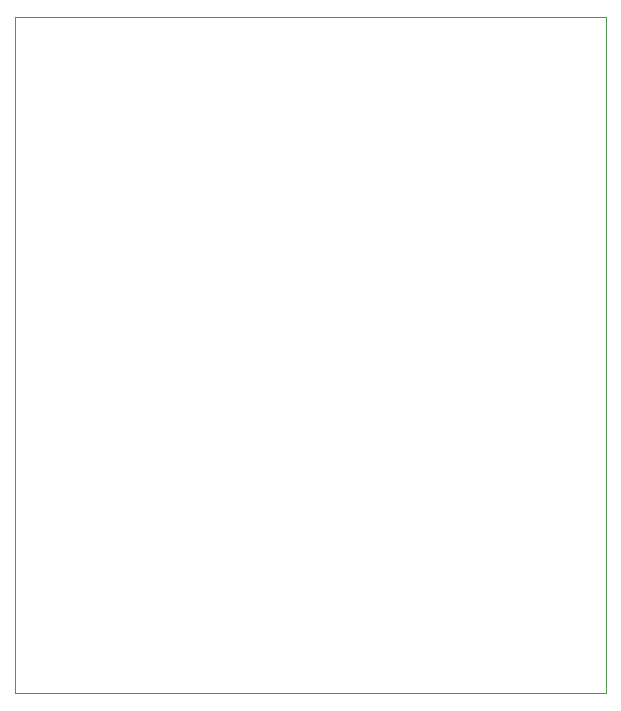
<source format=gm1>
G04*
G04 #@! TF.GenerationSoftware,Altium Limited,Altium Designer,24.2.2 (26)*
G04*
G04 Layer_Color=16711935*
%FSLAX44Y44*%
%MOMM*%
G71*
G04*
G04 #@! TF.SameCoordinates,98A400C0-08DE-4AD7-B425-4E8C3969B8A2*
G04*
G04*
G04 #@! TF.FilePolarity,Positive*
G04*
G01*
G75*
%ADD13C,0.1000*%
D13*
X375000Y1125000D02*
X875000D01*
X375000Y552500D02*
Y1125000D01*
X875000D02*
X875000Y552500D01*
X375000D02*
X875000D01*
M02*

</source>
